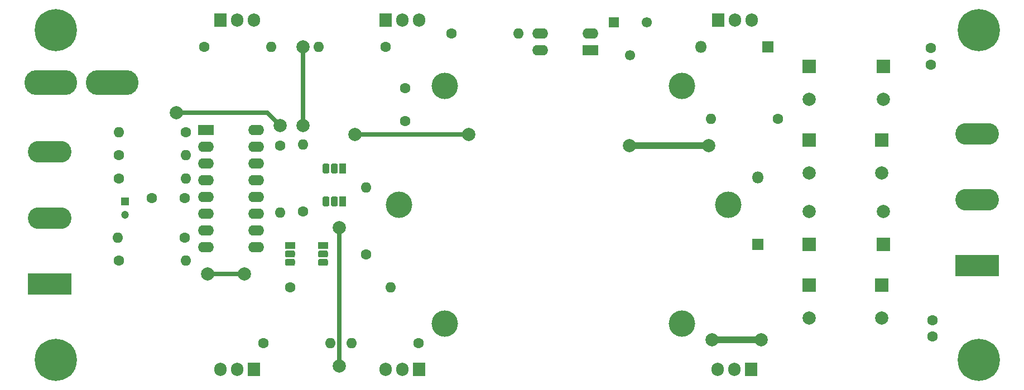
<source format=gbr>
%TF.GenerationSoftware,KiCad,Pcbnew,(5.1.6)-1*%
%TF.CreationDate,2020-12-26T12:13:23-05:00*%
%TF.ProjectId,fuente_smps_250w,6675656e-7465-45f7-936d-70735f323530,rev?*%
%TF.SameCoordinates,Original*%
%TF.FileFunction,Copper,L1,Top*%
%TF.FilePolarity,Positive*%
%FSLAX46Y46*%
G04 Gerber Fmt 4.6, Leading zero omitted, Abs format (unit mm)*
G04 Created by KiCad (PCBNEW (5.1.6)-1) date 2020-12-26 12:13:23*
%MOMM*%
%LPD*%
G01*
G04 APERTURE LIST*
%TA.AperFunction,ComponentPad*%
%ADD10C,1.550000*%
%TD*%
%TA.AperFunction,ComponentPad*%
%ADD11R,1.550000X1.550000*%
%TD*%
%TA.AperFunction,ComponentPad*%
%ADD12O,2.400000X1.600000*%
%TD*%
%TA.AperFunction,ComponentPad*%
%ADD13R,2.400000X1.600000*%
%TD*%
%TA.AperFunction,ComponentPad*%
%ADD14O,1.600000X1.600000*%
%TD*%
%TA.AperFunction,ComponentPad*%
%ADD15C,1.600000*%
%TD*%
%TA.AperFunction,ComponentPad*%
%ADD16O,1.905000X2.000000*%
%TD*%
%TA.AperFunction,ComponentPad*%
%ADD17R,1.905000X2.000000*%
%TD*%
%TA.AperFunction,ComponentPad*%
%ADD18O,1.800000X1.800000*%
%TD*%
%TA.AperFunction,ComponentPad*%
%ADD19R,1.800000X1.800000*%
%TD*%
%TA.AperFunction,ComponentPad*%
%ADD20C,2.000000*%
%TD*%
%TA.AperFunction,ComponentPad*%
%ADD21R,2.000000X2.000000*%
%TD*%
%TA.AperFunction,ComponentPad*%
%ADD22C,1.200000*%
%TD*%
%TA.AperFunction,ComponentPad*%
%ADD23R,1.200000X1.200000*%
%TD*%
%TA.AperFunction,ComponentPad*%
%ADD24C,0.800000*%
%TD*%
%TA.AperFunction,ComponentPad*%
%ADD25C,6.400000*%
%TD*%
%TA.AperFunction,ComponentPad*%
%ADD26R,1.050000X1.500000*%
%TD*%
%TA.AperFunction,ComponentPad*%
%ADD27R,1.500000X1.050000*%
%TD*%
%TA.AperFunction,ComponentPad*%
%ADD28C,4.000000*%
%TD*%
%TA.AperFunction,ComponentPad*%
%ADD29O,6.600000X3.300000*%
%TD*%
%TA.AperFunction,ComponentPad*%
%ADD30R,6.600000X3.300000*%
%TD*%
%TA.AperFunction,ComponentPad*%
%ADD31O,8.000000X3.800000*%
%TD*%
%TA.AperFunction,ViaPad*%
%ADD32C,2.000000*%
%TD*%
%TA.AperFunction,Conductor*%
%ADD33C,0.700000*%
%TD*%
%TA.AperFunction,Conductor*%
%ADD34C,1.000000*%
%TD*%
G04 APERTURE END LIST*
D10*
%TO.P,RV1,2*%
%TO.N,Net-(R2-Pad2)*%
X157100000Y-73800000D03*
D11*
%TO.P,RV1,1*%
%TO.N,Net-(RV1-Pad1)*%
X154600000Y-68800000D03*
D10*
%TO.P,RV1,3*%
%TO.N,Net-(R2-Pad2)*%
X159600000Y-68800000D03*
%TD*%
D12*
%TO.P,U1,4*%
%TO.N,N/C*%
X143430000Y-73040000D03*
%TO.P,U1,2*%
%TO.N,Net-(RV1-Pad1)*%
X151050000Y-70500000D03*
%TO.P,U1,3*%
%TO.N,/OSC_TL494/Sense*%
X143430000Y-70500000D03*
D13*
%TO.P,U1,1*%
%TO.N,Net-(D1-Pad2)*%
X151050000Y-73040000D03*
%TD*%
D14*
%TO.P,R15,2*%
%TO.N,Net-(C3-Pad1)*%
X120740000Y-109000000D03*
D15*
%TO.P,R15,1*%
%TO.N,Net-(Q5-Pad2)*%
X105500000Y-109000000D03*
%TD*%
D14*
%TO.P,R12,2*%
%TO.N,Net-(Q1-Pad1)*%
X111660000Y-117500000D03*
D15*
%TO.P,R12,1*%
%TO.N,Net-(Q5-Pad1)*%
X101500000Y-117500000D03*
%TD*%
D12*
%TO.P,IC1,16*%
%TO.N,N/C*%
X100360000Y-85180000D03*
%TO.P,IC1,8*%
%TO.N,Net-(IC1-Pad11)*%
X92740000Y-102960000D03*
%TO.P,IC1,15*%
%TO.N,N/C*%
X100360000Y-87720000D03*
%TO.P,IC1,7*%
%TO.N,GND*%
X92740000Y-100420000D03*
%TO.P,IC1,14*%
%TO.N,VREF*%
X100360000Y-90260000D03*
%TO.P,IC1,6*%
%TO.N,Net-(IC1-Pad6)*%
X92740000Y-97880000D03*
%TO.P,IC1,13*%
%TO.N,VREF*%
X100360000Y-92800000D03*
%TO.P,IC1,5*%
%TO.N,Net-(C2-Pad1)*%
X92740000Y-95340000D03*
%TO.P,IC1,12*%
%TO.N,+12V*%
X100360000Y-95340000D03*
%TO.P,IC1,4*%
%TO.N,Net-(C1-Pad2)*%
X92740000Y-92800000D03*
%TO.P,IC1,11*%
%TO.N,Net-(IC1-Pad11)*%
X100360000Y-97880000D03*
%TO.P,IC1,3*%
%TO.N,Net-(IC1-Pad3)*%
X92740000Y-90260000D03*
%TO.P,IC1,10*%
%TO.N,/transformacion/In_B*%
X100360000Y-100420000D03*
%TO.P,IC1,2*%
%TO.N,Net-(IC1-Pad2)*%
X92740000Y-87720000D03*
%TO.P,IC1,9*%
%TO.N,/transformacion/In_A*%
X100360000Y-102960000D03*
D13*
%TO.P,IC1,1*%
%TO.N,/OSC_TL494/Sense*%
X92740000Y-85180000D03*
%TD*%
D16*
%TO.P,D4,3*%
%TO.N,/Filtro/T_A*%
X170420000Y-121500000D03*
%TO.P,D4,2*%
%TO.N,/Filtro/VCC*%
X172960000Y-121500000D03*
D17*
%TO.P,D4,1*%
%TO.N,/Filtro/T_B*%
X175500000Y-121500000D03*
%TD*%
D16*
%TO.P,D3,3*%
%TO.N,/Filtro/T_B*%
X175580000Y-68500000D03*
%TO.P,D3,2*%
%TO.N,/Filtro/-VCC*%
X173040000Y-68500000D03*
D17*
%TO.P,D3,1*%
%TO.N,/Filtro/T_A*%
X170500000Y-68500000D03*
%TD*%
D18*
%TO.P,D2,2*%
%TO.N,Net-(D1-Pad1)*%
X176500000Y-92340000D03*
D19*
%TO.P,D2,1*%
%TO.N,/Filtro/VCC*%
X176500000Y-102500000D03*
%TD*%
D18*
%TO.P,D1,2*%
%TO.N,Net-(D1-Pad2)*%
X167840000Y-72500000D03*
D19*
%TO.P,D1,1*%
%TO.N,Net-(D1-Pad1)*%
X178000000Y-72500000D03*
%TD*%
D15*
%TO.P,C13,2*%
%TO.N,/Filtro/-VCC*%
X202750000Y-75250000D03*
%TO.P,C13,1*%
%TO.N,GNDREF*%
X202750000Y-72750000D03*
%TD*%
D20*
%TO.P,C6,2*%
%TO.N,GNDREF*%
X184300000Y-97500000D03*
D21*
%TO.P,C6,1*%
%TO.N,/Filtro/VCC*%
X184300000Y-102500000D03*
%TD*%
D20*
%TO.P,C5,2*%
%TO.N,/Filtro/-VCC*%
X195500000Y-80500000D03*
D21*
%TO.P,C5,1*%
%TO.N,GNDREF*%
X195500000Y-75500000D03*
%TD*%
D20*
%TO.P,C4,2*%
%TO.N,GNDREF*%
X195500000Y-97500000D03*
D21*
%TO.P,C4,1*%
%TO.N,/Filtro/VCC*%
X195500000Y-102500000D03*
%TD*%
D15*
%TO.P,C3,2*%
%TO.N,Net-(C3-Pad2)*%
X123000000Y-78820000D03*
%TO.P,C3,1*%
%TO.N,Net-(C3-Pad1)*%
X123000000Y-83820000D03*
%TD*%
%TO.P,C2,2*%
%TO.N,GND*%
X84500000Y-95500000D03*
%TO.P,C2,1*%
%TO.N,Net-(C2-Pad1)*%
X89500000Y-95500000D03*
%TD*%
D22*
%TO.P,C1,2*%
%TO.N,Net-(C1-Pad2)*%
X80500000Y-98000000D03*
D23*
%TO.P,C1,1*%
%TO.N,VREF*%
X80500000Y-96000000D03*
%TD*%
D24*
%TO.P,H4,1*%
%TO.N,Net-(H4-Pad1)*%
X211697056Y-118302944D03*
X210000000Y-117600000D03*
X208302944Y-118302944D03*
X207600000Y-120000000D03*
X208302944Y-121697056D03*
X210000000Y-122400000D03*
X211697056Y-121697056D03*
X212400000Y-120000000D03*
D25*
X210000000Y-120000000D03*
%TD*%
D24*
%TO.P,H3,1*%
%TO.N,Net-(H3-Pad1)*%
X211697056Y-68302944D03*
X210000000Y-67600000D03*
X208302944Y-68302944D03*
X207600000Y-70000000D03*
X208302944Y-71697056D03*
X210000000Y-72400000D03*
X211697056Y-71697056D03*
X212400000Y-70000000D03*
D25*
X210000000Y-70000000D03*
%TD*%
D24*
%TO.P,H2,1*%
%TO.N,Net-(H2-Pad1)*%
X71697056Y-68302944D03*
X70000000Y-67600000D03*
X68302944Y-68302944D03*
X67600000Y-70000000D03*
X68302944Y-71697056D03*
X70000000Y-72400000D03*
X71697056Y-71697056D03*
X72400000Y-70000000D03*
D25*
X70000000Y-70000000D03*
%TD*%
D24*
%TO.P,H1,1*%
%TO.N,Net-(H1-Pad1)*%
X71697056Y-118302944D03*
X70000000Y-117600000D03*
X68302944Y-118302944D03*
X67600000Y-120000000D03*
X68302944Y-121697056D03*
X70000000Y-122400000D03*
X71697056Y-121697056D03*
X72400000Y-120000000D03*
D25*
X70000000Y-120000000D03*
%TD*%
D14*
%TO.P,R14,2*%
%TO.N,Net-(Q3-Pad1)*%
X102660000Y-72500000D03*
D15*
%TO.P,R14,1*%
%TO.N,Net-(Q8-Pad1)*%
X92500000Y-72500000D03*
%TD*%
D14*
%TO.P,R13,2*%
%TO.N,Net-(Q3-Pad1)*%
X109840000Y-72500000D03*
D15*
%TO.P,R13,1*%
%TO.N,Net-(Q6-Pad1)*%
X120000000Y-72500000D03*
%TD*%
D26*
%TO.P,Q4,1*%
%TO.N,Net-(Q3-Pad1)*%
X113500000Y-91000000D03*
%TO.P,Q4,3*%
%TO.N,GND*%
%TA.AperFunction,ComponentPad*%
G36*
G01*
X111485000Y-90512500D02*
X111485000Y-91487500D01*
G75*
G02*
X111222500Y-91750000I-262500J0D01*
G01*
X110697500Y-91750000D01*
G75*
G02*
X110435000Y-91487500I0J262500D01*
G01*
X110435000Y-90512500D01*
G75*
G02*
X110697500Y-90250000I262500J0D01*
G01*
X111222500Y-90250000D01*
G75*
G02*
X111485000Y-90512500I0J-262500D01*
G01*
G37*
%TD.AperFunction*%
%TO.P,Q4,2*%
%TO.N,/transformacion/In_B*%
%TA.AperFunction,ComponentPad*%
G36*
G01*
X112755000Y-90512500D02*
X112755000Y-91487500D01*
G75*
G02*
X112492500Y-91750000I-262500J0D01*
G01*
X111967500Y-91750000D01*
G75*
G02*
X111705000Y-91487500I0J262500D01*
G01*
X111705000Y-90512500D01*
G75*
G02*
X111967500Y-90250000I262500J0D01*
G01*
X112492500Y-90250000D01*
G75*
G02*
X112755000Y-90512500I0J-262500D01*
G01*
G37*
%TD.AperFunction*%
%TD*%
%TO.P,Q3,1*%
%TO.N,Net-(Q3-Pad1)*%
X113500000Y-96000000D03*
%TO.P,Q3,3*%
%TO.N,+12V*%
%TA.AperFunction,ComponentPad*%
G36*
G01*
X111485000Y-95512500D02*
X111485000Y-96487500D01*
G75*
G02*
X111222500Y-96750000I-262500J0D01*
G01*
X110697500Y-96750000D01*
G75*
G02*
X110435000Y-96487500I0J262500D01*
G01*
X110435000Y-95512500D01*
G75*
G02*
X110697500Y-95250000I262500J0D01*
G01*
X111222500Y-95250000D01*
G75*
G02*
X111485000Y-95512500I0J-262500D01*
G01*
G37*
%TD.AperFunction*%
%TO.P,Q3,2*%
%TO.N,/transformacion/In_B*%
%TA.AperFunction,ComponentPad*%
G36*
G01*
X112755000Y-95512500D02*
X112755000Y-96487500D01*
G75*
G02*
X112492500Y-96750000I-262500J0D01*
G01*
X111967500Y-96750000D01*
G75*
G02*
X111705000Y-96487500I0J262500D01*
G01*
X111705000Y-95512500D01*
G75*
G02*
X111967500Y-95250000I262500J0D01*
G01*
X112492500Y-95250000D01*
G75*
G02*
X112755000Y-95512500I0J-262500D01*
G01*
G37*
%TD.AperFunction*%
%TD*%
D27*
%TO.P,Q2,1*%
%TO.N,Net-(Q1-Pad1)*%
X110500000Y-102700000D03*
%TO.P,Q2,3*%
%TO.N,GND*%
%TA.AperFunction,ComponentPad*%
G36*
G01*
X110012500Y-104715000D02*
X110987500Y-104715000D01*
G75*
G02*
X111250000Y-104977500I0J-262500D01*
G01*
X111250000Y-105502500D01*
G75*
G02*
X110987500Y-105765000I-262500J0D01*
G01*
X110012500Y-105765000D01*
G75*
G02*
X109750000Y-105502500I0J262500D01*
G01*
X109750000Y-104977500D01*
G75*
G02*
X110012500Y-104715000I262500J0D01*
G01*
G37*
%TD.AperFunction*%
%TO.P,Q2,2*%
%TO.N,/transformacion/In_A*%
%TA.AperFunction,ComponentPad*%
G36*
G01*
X110012500Y-103445000D02*
X110987500Y-103445000D01*
G75*
G02*
X111250000Y-103707500I0J-262500D01*
G01*
X111250000Y-104232500D01*
G75*
G02*
X110987500Y-104495000I-262500J0D01*
G01*
X110012500Y-104495000D01*
G75*
G02*
X109750000Y-104232500I0J262500D01*
G01*
X109750000Y-103707500D01*
G75*
G02*
X110012500Y-103445000I262500J0D01*
G01*
G37*
%TD.AperFunction*%
%TD*%
%TO.P,Q1,1*%
%TO.N,Net-(Q1-Pad1)*%
X105500000Y-102700000D03*
%TO.P,Q1,3*%
%TO.N,+12V*%
%TA.AperFunction,ComponentPad*%
G36*
G01*
X105012500Y-104715000D02*
X105987500Y-104715000D01*
G75*
G02*
X106250000Y-104977500I0J-262500D01*
G01*
X106250000Y-105502500D01*
G75*
G02*
X105987500Y-105765000I-262500J0D01*
G01*
X105012500Y-105765000D01*
G75*
G02*
X104750000Y-105502500I0J262500D01*
G01*
X104750000Y-104977500D01*
G75*
G02*
X105012500Y-104715000I262500J0D01*
G01*
G37*
%TD.AperFunction*%
%TO.P,Q1,2*%
%TO.N,/transformacion/In_A*%
%TA.AperFunction,ComponentPad*%
G36*
G01*
X105012500Y-103445000D02*
X105987500Y-103445000D01*
G75*
G02*
X106250000Y-103707500I0J-262500D01*
G01*
X106250000Y-104232500D01*
G75*
G02*
X105987500Y-104495000I-262500J0D01*
G01*
X105012500Y-104495000D01*
G75*
G02*
X104750000Y-104232500I0J262500D01*
G01*
X104750000Y-103707500D01*
G75*
G02*
X105012500Y-103445000I262500J0D01*
G01*
G37*
%TD.AperFunction*%
%TD*%
D28*
%TO.P,TR1,6*%
%TO.N,/Filtro/T_B*%
X165000000Y-78500000D03*
%TO.P,TR1,5*%
%TO.N,GNDREF*%
X172000000Y-96500000D03*
%TO.P,TR1,4*%
%TO.N,/Filtro/T_A*%
X165000000Y-114500000D03*
%TO.P,TR1,3*%
%TO.N,Net-(Q5-Pad2)*%
X129000000Y-114500000D03*
%TO.P,TR1,2*%
%TO.N,Net-(F1-Pad1)*%
X122000000Y-96500000D03*
%TO.P,TR1,1*%
%TO.N,Net-(C3-Pad2)*%
X129000000Y-78500000D03*
%TD*%
D14*
%TO.P,R11,2*%
%TO.N,Net-(Q1-Pad1)*%
X114840000Y-117500000D03*
D15*
%TO.P,R11,1*%
%TO.N,Net-(Q7-Pad1)*%
X125000000Y-117500000D03*
%TD*%
D14*
%TO.P,R10,2*%
%TO.N,GND*%
X107500000Y-87340000D03*
D15*
%TO.P,R10,1*%
%TO.N,/transformacion/In_B*%
X107500000Y-97500000D03*
%TD*%
D14*
%TO.P,R9,2*%
%TO.N,GND*%
X117000000Y-93840000D03*
D15*
%TO.P,R9,1*%
%TO.N,/transformacion/In_A*%
X117000000Y-104000000D03*
%TD*%
D14*
%TO.P,R8,2*%
%TO.N,Net-(IC1-Pad11)*%
X104000000Y-97660000D03*
D15*
%TO.P,R8,1*%
%TO.N,+12V*%
X104000000Y-87500000D03*
%TD*%
D14*
%TO.P,R7,2*%
%TO.N,GND*%
X79340000Y-101500000D03*
D15*
%TO.P,R7,1*%
%TO.N,Net-(IC1-Pad6)*%
X89500000Y-101500000D03*
%TD*%
D14*
%TO.P,R6,2*%
%TO.N,Net-(IC1-Pad3)*%
X89660000Y-89000000D03*
D15*
%TO.P,R6,1*%
%TO.N,Net-(IC1-Pad2)*%
X79500000Y-89000000D03*
%TD*%
D14*
%TO.P,R5,2*%
%TO.N,VREF*%
X79500000Y-85500000D03*
D15*
%TO.P,R5,1*%
%TO.N,Net-(IC1-Pad2)*%
X89660000Y-85500000D03*
%TD*%
D14*
%TO.P,R4,2*%
%TO.N,GND*%
X89660000Y-105000000D03*
D15*
%TO.P,R4,1*%
%TO.N,Net-(C1-Pad2)*%
X79500000Y-105000000D03*
%TD*%
D14*
%TO.P,R3,2*%
%TO.N,Net-(C1-Pad2)*%
X89660000Y-92500000D03*
D15*
%TO.P,R3,1*%
%TO.N,VREF*%
X79500000Y-92500000D03*
%TD*%
D14*
%TO.P,R2,2*%
%TO.N,Net-(R2-Pad2)*%
X169340000Y-83500000D03*
D15*
%TO.P,R2,1*%
%TO.N,/Filtro/-VCC*%
X179500000Y-83500000D03*
%TD*%
D14*
%TO.P,R1,2*%
%TO.N,/OSC_TL494/Sense*%
X140160000Y-70500000D03*
D15*
%TO.P,R1,1*%
%TO.N,GND*%
X130000000Y-70500000D03*
%TD*%
D16*
%TO.P,Q8,3*%
%TO.N,GND*%
X100000000Y-68500000D03*
%TO.P,Q8,2*%
%TO.N,Net-(C3-Pad2)*%
X97460000Y-68500000D03*
D17*
%TO.P,Q8,1*%
%TO.N,Net-(Q8-Pad1)*%
X94920000Y-68500000D03*
%TD*%
D16*
%TO.P,Q7,3*%
%TO.N,GND*%
X120000000Y-121500000D03*
%TO.P,Q7,2*%
%TO.N,Net-(Q5-Pad2)*%
X122540000Y-121500000D03*
D17*
%TO.P,Q7,1*%
%TO.N,Net-(Q7-Pad1)*%
X125080000Y-121500000D03*
%TD*%
D16*
%TO.P,Q6,3*%
%TO.N,GND*%
X125080000Y-68500000D03*
%TO.P,Q6,2*%
%TO.N,Net-(C3-Pad2)*%
X122540000Y-68500000D03*
D17*
%TO.P,Q6,1*%
%TO.N,Net-(Q6-Pad1)*%
X120000000Y-68500000D03*
%TD*%
D16*
%TO.P,Q5,3*%
%TO.N,GND*%
X94920000Y-121500000D03*
%TO.P,Q5,2*%
%TO.N,Net-(Q5-Pad2)*%
X97460000Y-121500000D03*
D17*
%TO.P,Q5,1*%
%TO.N,Net-(Q5-Pad1)*%
X100000000Y-121500000D03*
%TD*%
D29*
%TO.P,J2,3*%
%TO.N,/Filtro/-VCC*%
X209750000Y-85750000D03*
%TO.P,J2,2*%
%TO.N,GNDREF*%
X209750000Y-95750000D03*
D30*
%TO.P,J2,1*%
%TO.N,/Filtro/VCC*%
X209750000Y-105750000D03*
%TD*%
D29*
%TO.P,J1,3*%
%TO.N,+12V*%
X69000000Y-88500000D03*
%TO.P,J1,2*%
%TO.N,N/C*%
X69000000Y-98500000D03*
D30*
%TO.P,J1,1*%
%TO.N,GND*%
X69000000Y-108500000D03*
%TD*%
D31*
%TO.P,F1,2*%
%TO.N,+12V*%
X69200000Y-78000000D03*
%TO.P,F1,1*%
%TO.N,Net-(F1-Pad1)*%
X78500000Y-78000000D03*
%TD*%
D15*
%TO.P,C12,2*%
%TO.N,GNDREF*%
X203000000Y-116500000D03*
%TO.P,C12,1*%
%TO.N,/Filtro/VCC*%
X203000000Y-114000000D03*
%TD*%
D20*
%TO.P,C11,2*%
%TO.N,/Filtro/-VCC*%
X184300000Y-80500000D03*
D21*
%TO.P,C11,1*%
%TO.N,GNDREF*%
X184300000Y-75500000D03*
%TD*%
D20*
%TO.P,C10,2*%
%TO.N,GNDREF*%
X184300000Y-113700000D03*
D21*
%TO.P,C10,1*%
%TO.N,/Filtro/VCC*%
X184300000Y-108700000D03*
%TD*%
D20*
%TO.P,C9,2*%
%TO.N,/Filtro/-VCC*%
X184300000Y-91700000D03*
D21*
%TO.P,C9,1*%
%TO.N,GNDREF*%
X184300000Y-86700000D03*
%TD*%
D20*
%TO.P,C8,2*%
%TO.N,GNDREF*%
X195300000Y-113700000D03*
D21*
%TO.P,C8,1*%
%TO.N,/Filtro/VCC*%
X195300000Y-108700000D03*
%TD*%
D20*
%TO.P,C7,2*%
%TO.N,/Filtro/-VCC*%
X195300000Y-91700000D03*
D21*
%TO.P,C7,1*%
%TO.N,GNDREF*%
X195300000Y-86700000D03*
%TD*%
D32*
%TO.N,+12V*%
X104000000Y-84500012D03*
X88250000Y-82560000D03*
%TO.N,Net-(Q1-Pad1)*%
X113000000Y-121000000D03*
X113000000Y-100000000D03*
%TO.N,Net-(Q3-Pad1)*%
X107500000Y-72500000D03*
X107500000Y-84500000D03*
%TO.N,/Filtro/T_B*%
X177000000Y-117000000D03*
X169500000Y-117000000D03*
%TO.N,Net-(IC1-Pad11)*%
X93000000Y-107000000D03*
X98590000Y-107000000D03*
%TO.N,/OSC_TL494/Sense*%
X115310000Y-85800000D03*
X132660000Y-85800000D03*
%TO.N,Net-(R2-Pad2)*%
X157000000Y-87500000D03*
X169000000Y-87500000D03*
%TD*%
D33*
%TO.N,+12V*%
X102059988Y-82560000D02*
X88250000Y-82560000D01*
X104000000Y-84500012D02*
X102059988Y-82560000D01*
%TO.N,Net-(Q1-Pad1)*%
X113000000Y-121000000D02*
X113000000Y-100000000D01*
%TO.N,Net-(Q3-Pad1)*%
X107500000Y-72500000D02*
X107500000Y-84000000D01*
X107500000Y-84000000D02*
X107500000Y-84500000D01*
D34*
%TO.N,/Filtro/T_B*%
X177000000Y-117000000D02*
X169500000Y-117000000D01*
D33*
%TO.N,Net-(IC1-Pad11)*%
X93000000Y-107000000D02*
X98590000Y-107000000D01*
%TO.N,/OSC_TL494/Sense*%
X115310000Y-85800000D02*
X132660000Y-85800000D01*
D34*
%TO.N,Net-(R2-Pad2)*%
X157000000Y-87500000D02*
X169000000Y-87500000D01*
%TD*%
M02*

</source>
